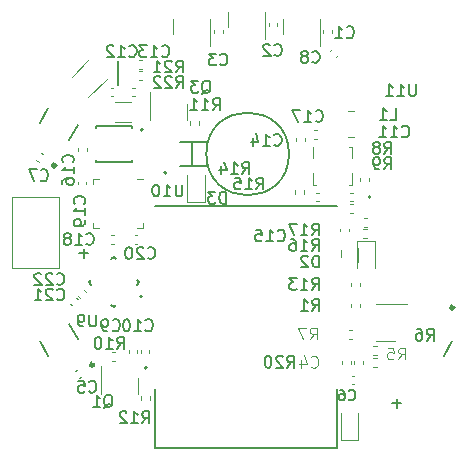
<source format=gbr>
%TF.GenerationSoftware,KiCad,Pcbnew,(6.0.5-0)*%
%TF.CreationDate,2022-09-09T17:58:14+08:00*%
%TF.ProjectId,Galaxy ripoff,47616c61-7879-4207-9269-706f66662e6b,rev?*%
%TF.SameCoordinates,Original*%
%TF.FileFunction,Legend,Bot*%
%TF.FilePolarity,Positive*%
%FSLAX46Y46*%
G04 Gerber Fmt 4.6, Leading zero omitted, Abs format (unit mm)*
G04 Created by KiCad (PCBNEW (6.0.5-0)) date 2022-09-09 17:58:14*
%MOMM*%
%LPD*%
G01*
G04 APERTURE LIST*
%ADD10C,0.150000*%
%ADD11C,0.125000*%
%ADD12C,0.120000*%
%ADD13C,0.127000*%
%ADD14C,0.300000*%
%ADD15C,0.200000*%
G04 APERTURE END LIST*
D10*
X144823584Y-77500000D02*
X144823584Y-75500000D01*
X168019047Y-104466428D02*
X168780952Y-104466428D01*
X168400000Y-104847380D02*
X168400000Y-104085476D01*
%TO.C,R1*%
X161266666Y-96652380D02*
X161600000Y-96176190D01*
X161838095Y-96652380D02*
X161838095Y-95652380D01*
X161457142Y-95652380D01*
X161361904Y-95700000D01*
X161314285Y-95747619D01*
X161266666Y-95842857D01*
X161266666Y-95985714D01*
X161314285Y-96080952D01*
X161361904Y-96128571D01*
X161457142Y-96176190D01*
X161838095Y-96176190D01*
X160314285Y-96652380D02*
X160885714Y-96652380D01*
X160600000Y-96652380D02*
X160600000Y-95652380D01*
X160695238Y-95795238D01*
X160790476Y-95890476D01*
X160885714Y-95938095D01*
%TO.C,R9*%
X167366666Y-84652380D02*
X167700000Y-84176190D01*
X167938095Y-84652380D02*
X167938095Y-83652380D01*
X167557142Y-83652380D01*
X167461904Y-83700000D01*
X167414285Y-83747619D01*
X167366666Y-83842857D01*
X167366666Y-83985714D01*
X167414285Y-84080952D01*
X167461904Y-84128571D01*
X167557142Y-84176190D01*
X167938095Y-84176190D01*
X166890476Y-84652380D02*
X166700000Y-84652380D01*
X166604761Y-84604761D01*
X166557142Y-84557142D01*
X166461904Y-84414285D01*
X166414285Y-84223809D01*
X166414285Y-83842857D01*
X166461904Y-83747619D01*
X166509523Y-83700000D01*
X166604761Y-83652380D01*
X166795238Y-83652380D01*
X166890476Y-83700000D01*
X166938095Y-83747619D01*
X166985714Y-83842857D01*
X166985714Y-84080952D01*
X166938095Y-84176190D01*
X166890476Y-84223809D01*
X166795238Y-84271428D01*
X166604761Y-84271428D01*
X166509523Y-84223809D01*
X166461904Y-84176190D01*
X166414285Y-84080952D01*
%TO.C,C22*%
X139642857Y-94357142D02*
X139690476Y-94404761D01*
X139833333Y-94452380D01*
X139928571Y-94452380D01*
X140071428Y-94404761D01*
X140166666Y-94309523D01*
X140214285Y-94214285D01*
X140261904Y-94023809D01*
X140261904Y-93880952D01*
X140214285Y-93690476D01*
X140166666Y-93595238D01*
X140071428Y-93500000D01*
X139928571Y-93452380D01*
X139833333Y-93452380D01*
X139690476Y-93500000D01*
X139642857Y-93547619D01*
X139261904Y-93547619D02*
X139214285Y-93500000D01*
X139119047Y-93452380D01*
X138880952Y-93452380D01*
X138785714Y-93500000D01*
X138738095Y-93547619D01*
X138690476Y-93642857D01*
X138690476Y-93738095D01*
X138738095Y-93880952D01*
X139309523Y-94452380D01*
X138690476Y-94452380D01*
X138309523Y-93547619D02*
X138261904Y-93500000D01*
X138166666Y-93452380D01*
X137928571Y-93452380D01*
X137833333Y-93500000D01*
X137785714Y-93547619D01*
X137738095Y-93642857D01*
X137738095Y-93738095D01*
X137785714Y-93880952D01*
X138357142Y-94452380D01*
X137738095Y-94452380D01*
%TO.C,C20*%
X147342857Y-92157142D02*
X147390476Y-92204761D01*
X147533333Y-92252380D01*
X147628571Y-92252380D01*
X147771428Y-92204761D01*
X147866666Y-92109523D01*
X147914285Y-92014285D01*
X147961904Y-91823809D01*
X147961904Y-91680952D01*
X147914285Y-91490476D01*
X147866666Y-91395238D01*
X147771428Y-91300000D01*
X147628571Y-91252380D01*
X147533333Y-91252380D01*
X147390476Y-91300000D01*
X147342857Y-91347619D01*
X146961904Y-91347619D02*
X146914285Y-91300000D01*
X146819047Y-91252380D01*
X146580952Y-91252380D01*
X146485714Y-91300000D01*
X146438095Y-91347619D01*
X146390476Y-91442857D01*
X146390476Y-91538095D01*
X146438095Y-91680952D01*
X147009523Y-92252380D01*
X146390476Y-92252380D01*
X145771428Y-91252380D02*
X145676190Y-91252380D01*
X145580952Y-91300000D01*
X145533333Y-91347619D01*
X145485714Y-91442857D01*
X145438095Y-91633333D01*
X145438095Y-91871428D01*
X145485714Y-92061904D01*
X145533333Y-92157142D01*
X145580952Y-92204761D01*
X145676190Y-92252380D01*
X145771428Y-92252380D01*
X145866666Y-92204761D01*
X145914285Y-92157142D01*
X145961904Y-92061904D01*
X146009523Y-91871428D01*
X146009523Y-91633333D01*
X145961904Y-91442857D01*
X145914285Y-91347619D01*
X145866666Y-91300000D01*
X145771428Y-91252380D01*
%TO.C,C15*%
X158342857Y-90657142D02*
X158390476Y-90704761D01*
X158533333Y-90752380D01*
X158628571Y-90752380D01*
X158771428Y-90704761D01*
X158866666Y-90609523D01*
X158914285Y-90514285D01*
X158961904Y-90323809D01*
X158961904Y-90180952D01*
X158914285Y-89990476D01*
X158866666Y-89895238D01*
X158771428Y-89800000D01*
X158628571Y-89752380D01*
X158533333Y-89752380D01*
X158390476Y-89800000D01*
X158342857Y-89847619D01*
X157390476Y-90752380D02*
X157961904Y-90752380D01*
X157676190Y-90752380D02*
X157676190Y-89752380D01*
X157771428Y-89895238D01*
X157866666Y-89990476D01*
X157961904Y-90038095D01*
X156485714Y-89752380D02*
X156961904Y-89752380D01*
X157009523Y-90228571D01*
X156961904Y-90180952D01*
X156866666Y-90133333D01*
X156628571Y-90133333D01*
X156533333Y-90180952D01*
X156485714Y-90228571D01*
X156438095Y-90323809D01*
X156438095Y-90561904D01*
X156485714Y-90657142D01*
X156533333Y-90704761D01*
X156628571Y-90752380D01*
X156866666Y-90752380D01*
X156961904Y-90704761D01*
X157009523Y-90657142D01*
%TO.C,C21*%
X139666441Y-95657142D02*
X139714060Y-95704761D01*
X139856917Y-95752380D01*
X139952155Y-95752380D01*
X140095012Y-95704761D01*
X140190250Y-95609523D01*
X140237869Y-95514285D01*
X140285488Y-95323809D01*
X140285488Y-95180952D01*
X140237869Y-94990476D01*
X140190250Y-94895238D01*
X140095012Y-94800000D01*
X139952155Y-94752380D01*
X139856917Y-94752380D01*
X139714060Y-94800000D01*
X139666441Y-94847619D01*
X139285488Y-94847619D02*
X139237869Y-94800000D01*
X139142631Y-94752380D01*
X138904536Y-94752380D01*
X138809298Y-94800000D01*
X138761679Y-94847619D01*
X138714060Y-94942857D01*
X138714060Y-95038095D01*
X138761679Y-95180952D01*
X139333107Y-95752380D01*
X138714060Y-95752380D01*
X137761679Y-95752380D02*
X138333107Y-95752380D01*
X138047393Y-95752380D02*
X138047393Y-94752380D01*
X138142631Y-94895238D01*
X138237869Y-94990476D01*
X138333107Y-95038095D01*
%TO.C,R12*%
X146866441Y-106152380D02*
X147199774Y-105676190D01*
X147437869Y-106152380D02*
X147437869Y-105152380D01*
X147056917Y-105152380D01*
X146961679Y-105200000D01*
X146914060Y-105247619D01*
X146866441Y-105342857D01*
X146866441Y-105485714D01*
X146914060Y-105580952D01*
X146961679Y-105628571D01*
X147056917Y-105676190D01*
X147437869Y-105676190D01*
X145914060Y-106152380D02*
X146485488Y-106152380D01*
X146199774Y-106152380D02*
X146199774Y-105152380D01*
X146295012Y-105295238D01*
X146390250Y-105390476D01*
X146485488Y-105438095D01*
X145533107Y-105247619D02*
X145485488Y-105200000D01*
X145390250Y-105152380D01*
X145152155Y-105152380D01*
X145056917Y-105200000D01*
X145009298Y-105247619D01*
X144961679Y-105342857D01*
X144961679Y-105438095D01*
X145009298Y-105580952D01*
X145580726Y-106152380D01*
X144961679Y-106152380D01*
%TO.C,Q3*%
X151918822Y-78247619D02*
X152014060Y-78200000D01*
X152109298Y-78104761D01*
X152252155Y-77961904D01*
X152347393Y-77914285D01*
X152442631Y-77914285D01*
X152395012Y-78152380D02*
X152490250Y-78104761D01*
X152585488Y-78009523D01*
X152633107Y-77819047D01*
X152633107Y-77485714D01*
X152585488Y-77295238D01*
X152490250Y-77200000D01*
X152395012Y-77152380D01*
X152204536Y-77152380D01*
X152109298Y-77200000D01*
X152014060Y-77295238D01*
X151966441Y-77485714D01*
X151966441Y-77819047D01*
X152014060Y-78009523D01*
X152109298Y-78104761D01*
X152204536Y-78152380D01*
X152395012Y-78152380D01*
X151633107Y-77152380D02*
X151014060Y-77152380D01*
X151347393Y-77533333D01*
X151204536Y-77533333D01*
X151109298Y-77580952D01*
X151061679Y-77628571D01*
X151014060Y-77723809D01*
X151014060Y-77961904D01*
X151061679Y-78057142D01*
X151109298Y-78104761D01*
X151204536Y-78152380D01*
X151490250Y-78152380D01*
X151585488Y-78104761D01*
X151633107Y-78057142D01*
%TO.C,C5*%
X142366666Y-103457142D02*
X142414285Y-103504761D01*
X142557142Y-103552380D01*
X142652380Y-103552380D01*
X142795238Y-103504761D01*
X142890476Y-103409523D01*
X142938095Y-103314285D01*
X142985714Y-103123809D01*
X142985714Y-102980952D01*
X142938095Y-102790476D01*
X142890476Y-102695238D01*
X142795238Y-102600000D01*
X142652380Y-102552380D01*
X142557142Y-102552380D01*
X142414285Y-102600000D01*
X142366666Y-102647619D01*
X141461904Y-102552380D02*
X141938095Y-102552380D01*
X141985714Y-103028571D01*
X141938095Y-102980952D01*
X141842857Y-102933333D01*
X141604761Y-102933333D01*
X141509523Y-102980952D01*
X141461904Y-103028571D01*
X141414285Y-103123809D01*
X141414285Y-103361904D01*
X141461904Y-103457142D01*
X141509523Y-103504761D01*
X141604761Y-103552380D01*
X141842857Y-103552380D01*
X141938095Y-103504761D01*
X141985714Y-103457142D01*
%TO.C,C19*%
X141957142Y-87557142D02*
X142004761Y-87509523D01*
X142052380Y-87366666D01*
X142052380Y-87271428D01*
X142004761Y-87128571D01*
X141909523Y-87033333D01*
X141814285Y-86985714D01*
X141623809Y-86938095D01*
X141480952Y-86938095D01*
X141290476Y-86985714D01*
X141195238Y-87033333D01*
X141100000Y-87128571D01*
X141052380Y-87271428D01*
X141052380Y-87366666D01*
X141100000Y-87509523D01*
X141147619Y-87557142D01*
X142052380Y-88509523D02*
X142052380Y-87938095D01*
X142052380Y-88223809D02*
X141052380Y-88223809D01*
X141195238Y-88128571D01*
X141290476Y-88033333D01*
X141338095Y-87938095D01*
X142052380Y-88985714D02*
X142052380Y-89176190D01*
X142004761Y-89271428D01*
X141957142Y-89319047D01*
X141814285Y-89414285D01*
X141623809Y-89461904D01*
X141242857Y-89461904D01*
X141147619Y-89414285D01*
X141100000Y-89366666D01*
X141052380Y-89271428D01*
X141052380Y-89080952D01*
X141100000Y-88985714D01*
X141147619Y-88938095D01*
X141242857Y-88890476D01*
X141480952Y-88890476D01*
X141576190Y-88938095D01*
X141623809Y-88985714D01*
X141671428Y-89080952D01*
X141671428Y-89271428D01*
X141623809Y-89366666D01*
X141576190Y-89414285D01*
X141480952Y-89461904D01*
%TO.C,R17*%
X161242857Y-90252380D02*
X161576190Y-89776190D01*
X161814285Y-90252380D02*
X161814285Y-89252380D01*
X161433333Y-89252380D01*
X161338095Y-89300000D01*
X161290476Y-89347619D01*
X161242857Y-89442857D01*
X161242857Y-89585714D01*
X161290476Y-89680952D01*
X161338095Y-89728571D01*
X161433333Y-89776190D01*
X161814285Y-89776190D01*
X160290476Y-90252380D02*
X160861904Y-90252380D01*
X160576190Y-90252380D02*
X160576190Y-89252380D01*
X160671428Y-89395238D01*
X160766666Y-89490476D01*
X160861904Y-89538095D01*
X159957142Y-89252380D02*
X159290476Y-89252380D01*
X159719047Y-90252380D01*
%TO.C,R15*%
X156542857Y-86352380D02*
X156876190Y-85876190D01*
X157114285Y-86352380D02*
X157114285Y-85352380D01*
X156733333Y-85352380D01*
X156638095Y-85400000D01*
X156590476Y-85447619D01*
X156542857Y-85542857D01*
X156542857Y-85685714D01*
X156590476Y-85780952D01*
X156638095Y-85828571D01*
X156733333Y-85876190D01*
X157114285Y-85876190D01*
X155590476Y-86352380D02*
X156161904Y-86352380D01*
X155876190Y-86352380D02*
X155876190Y-85352380D01*
X155971428Y-85495238D01*
X156066666Y-85590476D01*
X156161904Y-85638095D01*
X154685714Y-85352380D02*
X155161904Y-85352380D01*
X155209523Y-85828571D01*
X155161904Y-85780952D01*
X155066666Y-85733333D01*
X154828571Y-85733333D01*
X154733333Y-85780952D01*
X154685714Y-85828571D01*
X154638095Y-85923809D01*
X154638095Y-86161904D01*
X154685714Y-86257142D01*
X154733333Y-86304761D01*
X154828571Y-86352380D01*
X155066666Y-86352380D01*
X155161904Y-86304761D01*
X155209523Y-86257142D01*
%TO.C,C9*%
X144366666Y-98257142D02*
X144414285Y-98304761D01*
X144557142Y-98352380D01*
X144652380Y-98352380D01*
X144795238Y-98304761D01*
X144890476Y-98209523D01*
X144938095Y-98114285D01*
X144985714Y-97923809D01*
X144985714Y-97780952D01*
X144938095Y-97590476D01*
X144890476Y-97495238D01*
X144795238Y-97400000D01*
X144652380Y-97352380D01*
X144557142Y-97352380D01*
X144414285Y-97400000D01*
X144366666Y-97447619D01*
X143890476Y-98352380D02*
X143700000Y-98352380D01*
X143604761Y-98304761D01*
X143557142Y-98257142D01*
X143461904Y-98114285D01*
X143414285Y-97923809D01*
X143414285Y-97542857D01*
X143461904Y-97447619D01*
X143509523Y-97400000D01*
X143604761Y-97352380D01*
X143795238Y-97352380D01*
X143890476Y-97400000D01*
X143938095Y-97447619D01*
X143985714Y-97542857D01*
X143985714Y-97780952D01*
X143938095Y-97876190D01*
X143890476Y-97923809D01*
X143795238Y-97971428D01*
X143604761Y-97971428D01*
X143509523Y-97923809D01*
X143461904Y-97876190D01*
X143414285Y-97780952D01*
%TO.C,C1*%
X164166666Y-73457142D02*
X164214285Y-73504761D01*
X164357142Y-73552380D01*
X164452380Y-73552380D01*
X164595238Y-73504761D01*
X164690476Y-73409523D01*
X164738095Y-73314285D01*
X164785714Y-73123809D01*
X164785714Y-72980952D01*
X164738095Y-72790476D01*
X164690476Y-72695238D01*
X164595238Y-72600000D01*
X164452380Y-72552380D01*
X164357142Y-72552380D01*
X164214285Y-72600000D01*
X164166666Y-72647619D01*
X163214285Y-73552380D02*
X163785714Y-73552380D01*
X163500000Y-73552380D02*
X163500000Y-72552380D01*
X163595238Y-72695238D01*
X163690476Y-72790476D01*
X163785714Y-72838095D01*
%TO.C,R13*%
X161242857Y-94852380D02*
X161576190Y-94376190D01*
X161814285Y-94852380D02*
X161814285Y-93852380D01*
X161433333Y-93852380D01*
X161338095Y-93900000D01*
X161290476Y-93947619D01*
X161242857Y-94042857D01*
X161242857Y-94185714D01*
X161290476Y-94280952D01*
X161338095Y-94328571D01*
X161433333Y-94376190D01*
X161814285Y-94376190D01*
X160290476Y-94852380D02*
X160861904Y-94852380D01*
X160576190Y-94852380D02*
X160576190Y-93852380D01*
X160671428Y-93995238D01*
X160766666Y-94090476D01*
X160861904Y-94138095D01*
X159957142Y-93852380D02*
X159338095Y-93852380D01*
X159671428Y-94233333D01*
X159528571Y-94233333D01*
X159433333Y-94280952D01*
X159385714Y-94328571D01*
X159338095Y-94423809D01*
X159338095Y-94661904D01*
X159385714Y-94757142D01*
X159433333Y-94804761D01*
X159528571Y-94852380D01*
X159814285Y-94852380D01*
X159909523Y-94804761D01*
X159957142Y-94757142D01*
%TO.C,C16*%
X140980726Y-84057142D02*
X141028345Y-84009523D01*
X141075964Y-83866666D01*
X141075964Y-83771428D01*
X141028345Y-83628571D01*
X140933107Y-83533333D01*
X140837869Y-83485714D01*
X140647393Y-83438095D01*
X140504536Y-83438095D01*
X140314060Y-83485714D01*
X140218822Y-83533333D01*
X140123584Y-83628571D01*
X140075964Y-83771428D01*
X140075964Y-83866666D01*
X140123584Y-84009523D01*
X140171203Y-84057142D01*
X141075964Y-85009523D02*
X141075964Y-84438095D01*
X141075964Y-84723809D02*
X140075964Y-84723809D01*
X140218822Y-84628571D01*
X140314060Y-84533333D01*
X140361679Y-84438095D01*
X140075964Y-85866666D02*
X140075964Y-85676190D01*
X140123584Y-85580952D01*
X140171203Y-85533333D01*
X140314060Y-85438095D01*
X140504536Y-85390476D01*
X140885488Y-85390476D01*
X140980726Y-85438095D01*
X141028345Y-85485714D01*
X141075964Y-85580952D01*
X141075964Y-85771428D01*
X141028345Y-85866666D01*
X140980726Y-85914285D01*
X140885488Y-85961904D01*
X140647393Y-85961904D01*
X140552155Y-85914285D01*
X140504536Y-85866666D01*
X140456917Y-85771428D01*
X140456917Y-85580952D01*
X140504536Y-85485714D01*
X140552155Y-85438095D01*
X140647393Y-85390476D01*
%TO.C,C2*%
X158066666Y-74957142D02*
X158114285Y-75004761D01*
X158257142Y-75052380D01*
X158352380Y-75052380D01*
X158495238Y-75004761D01*
X158590476Y-74909523D01*
X158638095Y-74814285D01*
X158685714Y-74623809D01*
X158685714Y-74480952D01*
X158638095Y-74290476D01*
X158590476Y-74195238D01*
X158495238Y-74100000D01*
X158352380Y-74052380D01*
X158257142Y-74052380D01*
X158114285Y-74100000D01*
X158066666Y-74147619D01*
X157685714Y-74147619D02*
X157638095Y-74100000D01*
X157542857Y-74052380D01*
X157304761Y-74052380D01*
X157209523Y-74100000D01*
X157161904Y-74147619D01*
X157114285Y-74242857D01*
X157114285Y-74338095D01*
X157161904Y-74480952D01*
X157733333Y-75052380D01*
X157114285Y-75052380D01*
%TO.C,C17*%
X161542857Y-80557142D02*
X161590476Y-80604761D01*
X161733333Y-80652380D01*
X161828571Y-80652380D01*
X161971428Y-80604761D01*
X162066666Y-80509523D01*
X162114285Y-80414285D01*
X162161904Y-80223809D01*
X162161904Y-80080952D01*
X162114285Y-79890476D01*
X162066666Y-79795238D01*
X161971428Y-79700000D01*
X161828571Y-79652380D01*
X161733333Y-79652380D01*
X161590476Y-79700000D01*
X161542857Y-79747619D01*
X160590476Y-80652380D02*
X161161904Y-80652380D01*
X160876190Y-80652380D02*
X160876190Y-79652380D01*
X160971428Y-79795238D01*
X161066666Y-79890476D01*
X161161904Y-79938095D01*
X160257142Y-79652380D02*
X159590476Y-79652380D01*
X160019047Y-80652380D01*
%TO.C,Q1*%
X143618822Y-104847619D02*
X143714060Y-104800000D01*
X143809298Y-104704761D01*
X143952155Y-104561904D01*
X144047393Y-104514285D01*
X144142631Y-104514285D01*
X144095012Y-104752380D02*
X144190250Y-104704761D01*
X144285488Y-104609523D01*
X144333107Y-104419047D01*
X144333107Y-104085714D01*
X144285488Y-103895238D01*
X144190250Y-103800000D01*
X144095012Y-103752380D01*
X143904536Y-103752380D01*
X143809298Y-103800000D01*
X143714060Y-103895238D01*
X143666441Y-104085714D01*
X143666441Y-104419047D01*
X143714060Y-104609523D01*
X143809298Y-104704761D01*
X143904536Y-104752380D01*
X144095012Y-104752380D01*
X142714060Y-104752380D02*
X143285488Y-104752380D01*
X142999774Y-104752380D02*
X142999774Y-103752380D01*
X143095012Y-103895238D01*
X143190250Y-103990476D01*
X143285488Y-104038095D01*
D11*
%TO.C,C4*%
X161166666Y-101357142D02*
X161214285Y-101404761D01*
X161357142Y-101452380D01*
X161452380Y-101452380D01*
X161595238Y-101404761D01*
X161690476Y-101309523D01*
X161738095Y-101214285D01*
X161785714Y-101023809D01*
X161785714Y-100880952D01*
X161738095Y-100690476D01*
X161690476Y-100595238D01*
X161595238Y-100500000D01*
X161452380Y-100452380D01*
X161357142Y-100452380D01*
X161214285Y-100500000D01*
X161166666Y-100547619D01*
X160309523Y-100785714D02*
X160309523Y-101452380D01*
X160547619Y-100404761D02*
X160785714Y-101119047D01*
X160166666Y-101119047D01*
%TO.C,R7*%
X161066666Y-99052380D02*
X161400000Y-98576190D01*
X161638095Y-99052380D02*
X161638095Y-98052380D01*
X161257142Y-98052380D01*
X161161904Y-98100000D01*
X161114285Y-98147619D01*
X161066666Y-98242857D01*
X161066666Y-98385714D01*
X161114285Y-98480952D01*
X161161904Y-98528571D01*
X161257142Y-98576190D01*
X161638095Y-98576190D01*
X160733333Y-98052380D02*
X160066666Y-98052380D01*
X160495238Y-99052380D01*
D10*
%TO.C,C13*%
X148542857Y-75057142D02*
X148590476Y-75104761D01*
X148733333Y-75152380D01*
X148828571Y-75152380D01*
X148971428Y-75104761D01*
X149066666Y-75009523D01*
X149114285Y-74914285D01*
X149161904Y-74723809D01*
X149161904Y-74580952D01*
X149114285Y-74390476D01*
X149066666Y-74295238D01*
X148971428Y-74200000D01*
X148828571Y-74152380D01*
X148733333Y-74152380D01*
X148590476Y-74200000D01*
X148542857Y-74247619D01*
X147590476Y-75152380D02*
X148161904Y-75152380D01*
X147876190Y-75152380D02*
X147876190Y-74152380D01*
X147971428Y-74295238D01*
X148066666Y-74390476D01*
X148161904Y-74438095D01*
X147257142Y-74152380D02*
X146638095Y-74152380D01*
X146971428Y-74533333D01*
X146828571Y-74533333D01*
X146733333Y-74580952D01*
X146685714Y-74628571D01*
X146638095Y-74723809D01*
X146638095Y-74961904D01*
X146685714Y-75057142D01*
X146733333Y-75104761D01*
X146828571Y-75152380D01*
X147114285Y-75152380D01*
X147209523Y-75104761D01*
X147257142Y-75057142D01*
%TO.C,R16*%
X161242857Y-91552380D02*
X161576190Y-91076190D01*
X161814285Y-91552380D02*
X161814285Y-90552380D01*
X161433333Y-90552380D01*
X161338095Y-90600000D01*
X161290476Y-90647619D01*
X161242857Y-90742857D01*
X161242857Y-90885714D01*
X161290476Y-90980952D01*
X161338095Y-91028571D01*
X161433333Y-91076190D01*
X161814285Y-91076190D01*
X160290476Y-91552380D02*
X160861904Y-91552380D01*
X160576190Y-91552380D02*
X160576190Y-90552380D01*
X160671428Y-90695238D01*
X160766666Y-90790476D01*
X160861904Y-90838095D01*
X159433333Y-90552380D02*
X159623809Y-90552380D01*
X159719047Y-90600000D01*
X159766666Y-90647619D01*
X159861904Y-90790476D01*
X159909523Y-90980952D01*
X159909523Y-91361904D01*
X159861904Y-91457142D01*
X159814285Y-91504761D01*
X159719047Y-91552380D01*
X159528571Y-91552380D01*
X159433333Y-91504761D01*
X159385714Y-91457142D01*
X159338095Y-91361904D01*
X159338095Y-91123809D01*
X159385714Y-91028571D01*
X159433333Y-90980952D01*
X159528571Y-90933333D01*
X159719047Y-90933333D01*
X159814285Y-90980952D01*
X159861904Y-91028571D01*
X159909523Y-91123809D01*
%TO.C,R11*%
X152842857Y-79652380D02*
X153176190Y-79176190D01*
X153414285Y-79652380D02*
X153414285Y-78652380D01*
X153033333Y-78652380D01*
X152938095Y-78700000D01*
X152890476Y-78747619D01*
X152842857Y-78842857D01*
X152842857Y-78985714D01*
X152890476Y-79080952D01*
X152938095Y-79128571D01*
X153033333Y-79176190D01*
X153414285Y-79176190D01*
X151890476Y-79652380D02*
X152461904Y-79652380D01*
X152176190Y-79652380D02*
X152176190Y-78652380D01*
X152271428Y-78795238D01*
X152366666Y-78890476D01*
X152461904Y-78938095D01*
X150938095Y-79652380D02*
X151509523Y-79652380D01*
X151223809Y-79652380D02*
X151223809Y-78652380D01*
X151319047Y-78795238D01*
X151414285Y-78890476D01*
X151509523Y-78938095D01*
%TO.C,C3*%
X153466666Y-75757142D02*
X153514285Y-75804761D01*
X153657142Y-75852380D01*
X153752380Y-75852380D01*
X153895238Y-75804761D01*
X153990476Y-75709523D01*
X154038095Y-75614285D01*
X154085714Y-75423809D01*
X154085714Y-75280952D01*
X154038095Y-75090476D01*
X153990476Y-74995238D01*
X153895238Y-74900000D01*
X153752380Y-74852380D01*
X153657142Y-74852380D01*
X153514285Y-74900000D01*
X153466666Y-74947619D01*
X153133333Y-74852380D02*
X152514285Y-74852380D01*
X152847619Y-75233333D01*
X152704761Y-75233333D01*
X152609523Y-75280952D01*
X152561904Y-75328571D01*
X152514285Y-75423809D01*
X152514285Y-75661904D01*
X152561904Y-75757142D01*
X152609523Y-75804761D01*
X152704761Y-75852380D01*
X152990476Y-75852380D01*
X153085714Y-75804761D01*
X153133333Y-75757142D01*
%TO.C,D3*%
X153961679Y-87552380D02*
X153961679Y-86552380D01*
X153723584Y-86552380D01*
X153580726Y-86600000D01*
X153485488Y-86695238D01*
X153437869Y-86790476D01*
X153390250Y-86980952D01*
X153390250Y-87123809D01*
X153437869Y-87314285D01*
X153485488Y-87409523D01*
X153580726Y-87504761D01*
X153723584Y-87552380D01*
X153961679Y-87552380D01*
X153056917Y-86552380D02*
X152437869Y-86552380D01*
X152771203Y-86933333D01*
X152628345Y-86933333D01*
X152533107Y-86980952D01*
X152485488Y-87028571D01*
X152437869Y-87123809D01*
X152437869Y-87361904D01*
X152485488Y-87457142D01*
X152533107Y-87504761D01*
X152628345Y-87552380D01*
X152914060Y-87552380D01*
X153009298Y-87504761D01*
X153056917Y-87457142D01*
%TO.C,U9*%
X142961904Y-96952380D02*
X142961904Y-97761904D01*
X142914285Y-97857142D01*
X142866666Y-97904761D01*
X142771428Y-97952380D01*
X142580952Y-97952380D01*
X142485714Y-97904761D01*
X142438095Y-97857142D01*
X142390476Y-97761904D01*
X142390476Y-96952380D01*
X141866666Y-97952380D02*
X141676190Y-97952380D01*
X141580952Y-97904761D01*
X141533333Y-97857142D01*
X141438095Y-97714285D01*
X141390476Y-97523809D01*
X141390476Y-97142857D01*
X141438095Y-97047619D01*
X141485714Y-97000000D01*
X141580952Y-96952380D01*
X141771428Y-96952380D01*
X141866666Y-97000000D01*
X141914285Y-97047619D01*
X141961904Y-97142857D01*
X141961904Y-97380952D01*
X141914285Y-97476190D01*
X141866666Y-97523809D01*
X141771428Y-97571428D01*
X141580952Y-97571428D01*
X141485714Y-97523809D01*
X141438095Y-97476190D01*
X141390476Y-97380952D01*
%TO.C,C14*%
X158042857Y-82557142D02*
X158090476Y-82604761D01*
X158233333Y-82652380D01*
X158328571Y-82652380D01*
X158471428Y-82604761D01*
X158566666Y-82509523D01*
X158614285Y-82414285D01*
X158661904Y-82223809D01*
X158661904Y-82080952D01*
X158614285Y-81890476D01*
X158566666Y-81795238D01*
X158471428Y-81700000D01*
X158328571Y-81652380D01*
X158233333Y-81652380D01*
X158090476Y-81700000D01*
X158042857Y-81747619D01*
X157090476Y-82652380D02*
X157661904Y-82652380D01*
X157376190Y-82652380D02*
X157376190Y-81652380D01*
X157471428Y-81795238D01*
X157566666Y-81890476D01*
X157661904Y-81938095D01*
X156233333Y-81985714D02*
X156233333Y-82652380D01*
X156471428Y-81604761D02*
X156709523Y-82319047D01*
X156090476Y-82319047D01*
%TO.C,C10*%
X147142857Y-98257142D02*
X147190476Y-98304761D01*
X147333333Y-98352380D01*
X147428571Y-98352380D01*
X147571428Y-98304761D01*
X147666666Y-98209523D01*
X147714285Y-98114285D01*
X147761904Y-97923809D01*
X147761904Y-97780952D01*
X147714285Y-97590476D01*
X147666666Y-97495238D01*
X147571428Y-97400000D01*
X147428571Y-97352380D01*
X147333333Y-97352380D01*
X147190476Y-97400000D01*
X147142857Y-97447619D01*
X146190476Y-98352380D02*
X146761904Y-98352380D01*
X146476190Y-98352380D02*
X146476190Y-97352380D01*
X146571428Y-97495238D01*
X146666666Y-97590476D01*
X146761904Y-97638095D01*
X145571428Y-97352380D02*
X145476190Y-97352380D01*
X145380952Y-97400000D01*
X145333333Y-97447619D01*
X145285714Y-97542857D01*
X145238095Y-97733333D01*
X145238095Y-97971428D01*
X145285714Y-98161904D01*
X145333333Y-98257142D01*
X145380952Y-98304761D01*
X145476190Y-98352380D01*
X145571428Y-98352380D01*
X145666666Y-98304761D01*
X145714285Y-98257142D01*
X145761904Y-98161904D01*
X145809523Y-97971428D01*
X145809523Y-97733333D01*
X145761904Y-97542857D01*
X145714285Y-97447619D01*
X145666666Y-97400000D01*
X145571428Y-97352380D01*
%TO.C,LS1*%
X141900012Y-91369047D02*
X141900012Y-92130952D01*
X142280964Y-91750000D02*
X141519060Y-91750000D01*
%TO.C,C12*%
X145766441Y-75057142D02*
X145814060Y-75104761D01*
X145956917Y-75152380D01*
X146052155Y-75152380D01*
X146195012Y-75104761D01*
X146290250Y-75009523D01*
X146337869Y-74914285D01*
X146385488Y-74723809D01*
X146385488Y-74580952D01*
X146337869Y-74390476D01*
X146290250Y-74295238D01*
X146195012Y-74200000D01*
X146052155Y-74152380D01*
X145956917Y-74152380D01*
X145814060Y-74200000D01*
X145766441Y-74247619D01*
X144814060Y-75152380D02*
X145385488Y-75152380D01*
X145099774Y-75152380D02*
X145099774Y-74152380D01*
X145195012Y-74295238D01*
X145290250Y-74390476D01*
X145385488Y-74438095D01*
X144433107Y-74247619D02*
X144385488Y-74200000D01*
X144290250Y-74152380D01*
X144052155Y-74152380D01*
X143956917Y-74200000D01*
X143909298Y-74247619D01*
X143861679Y-74342857D01*
X143861679Y-74438095D01*
X143909298Y-74580952D01*
X144480726Y-75152380D01*
X143861679Y-75152380D01*
%TO.C,C7*%
X138266666Y-85557141D02*
X138314285Y-85604760D01*
X138457142Y-85652379D01*
X138552380Y-85652379D01*
X138695238Y-85604760D01*
X138790476Y-85509522D01*
X138838095Y-85414284D01*
X138885714Y-85223808D01*
X138885714Y-85080951D01*
X138838095Y-84890475D01*
X138790476Y-84795237D01*
X138695238Y-84699999D01*
X138552380Y-84652379D01*
X138457142Y-84652379D01*
X138314285Y-84699999D01*
X138266666Y-84747618D01*
X137933333Y-84652379D02*
X137266666Y-84652379D01*
X137695238Y-85652379D01*
%TO.C,R10*%
X144742857Y-99852380D02*
X145076190Y-99376190D01*
X145314285Y-99852380D02*
X145314285Y-98852380D01*
X144933333Y-98852380D01*
X144838095Y-98900000D01*
X144790476Y-98947619D01*
X144742857Y-99042857D01*
X144742857Y-99185714D01*
X144790476Y-99280952D01*
X144838095Y-99328571D01*
X144933333Y-99376190D01*
X145314285Y-99376190D01*
X143790476Y-99852380D02*
X144361904Y-99852380D01*
X144076190Y-99852380D02*
X144076190Y-98852380D01*
X144171428Y-98995238D01*
X144266666Y-99090476D01*
X144361904Y-99138095D01*
X143171428Y-98852380D02*
X143076190Y-98852380D01*
X142980952Y-98900000D01*
X142933333Y-98947619D01*
X142885714Y-99042857D01*
X142838095Y-99233333D01*
X142838095Y-99471428D01*
X142885714Y-99661904D01*
X142933333Y-99757142D01*
X142980952Y-99804761D01*
X143076190Y-99852380D01*
X143171428Y-99852380D01*
X143266666Y-99804761D01*
X143314285Y-99757142D01*
X143361904Y-99661904D01*
X143409523Y-99471428D01*
X143409523Y-99233333D01*
X143361904Y-99042857D01*
X143314285Y-98947619D01*
X143266666Y-98900000D01*
X143171428Y-98852380D01*
%TO.C,U10*%
X150261679Y-85952380D02*
X150261679Y-86761904D01*
X150214060Y-86857142D01*
X150166441Y-86904761D01*
X150071203Y-86952380D01*
X149880726Y-86952380D01*
X149785488Y-86904761D01*
X149737869Y-86857142D01*
X149690250Y-86761904D01*
X149690250Y-85952380D01*
X148690250Y-86952380D02*
X149261679Y-86952380D01*
X148975964Y-86952380D02*
X148975964Y-85952380D01*
X149071203Y-86095238D01*
X149166441Y-86190476D01*
X149261679Y-86238095D01*
X148071203Y-85952380D02*
X147975964Y-85952380D01*
X147880726Y-86000000D01*
X147833107Y-86047619D01*
X147785488Y-86142857D01*
X147737869Y-86333333D01*
X147737869Y-86571428D01*
X147785488Y-86761904D01*
X147833107Y-86857142D01*
X147880726Y-86904761D01*
X147975964Y-86952380D01*
X148071203Y-86952380D01*
X148166441Y-86904761D01*
X148214060Y-86857142D01*
X148261679Y-86761904D01*
X148309298Y-86571428D01*
X148309298Y-86333333D01*
X148261679Y-86142857D01*
X148214060Y-86047619D01*
X148166441Y-86000000D01*
X148071203Y-85952380D01*
%TO.C,R22*%
X149742857Y-77752380D02*
X150076190Y-77276190D01*
X150314285Y-77752380D02*
X150314285Y-76752380D01*
X149933333Y-76752380D01*
X149838095Y-76800000D01*
X149790476Y-76847619D01*
X149742857Y-76942857D01*
X149742857Y-77085714D01*
X149790476Y-77180952D01*
X149838095Y-77228571D01*
X149933333Y-77276190D01*
X150314285Y-77276190D01*
X149361904Y-76847619D02*
X149314285Y-76800000D01*
X149219047Y-76752380D01*
X148980952Y-76752380D01*
X148885714Y-76800000D01*
X148838095Y-76847619D01*
X148790476Y-76942857D01*
X148790476Y-77038095D01*
X148838095Y-77180952D01*
X149409523Y-77752380D01*
X148790476Y-77752380D01*
X148409523Y-76847619D02*
X148361904Y-76800000D01*
X148266666Y-76752380D01*
X148028571Y-76752380D01*
X147933333Y-76800000D01*
X147885714Y-76847619D01*
X147838095Y-76942857D01*
X147838095Y-77038095D01*
X147885714Y-77180952D01*
X148457142Y-77752380D01*
X147838095Y-77752380D01*
%TO.C,R8*%
X167366666Y-83352380D02*
X167700000Y-82876190D01*
X167938095Y-83352380D02*
X167938095Y-82352380D01*
X167557142Y-82352380D01*
X167461904Y-82400000D01*
X167414285Y-82447619D01*
X167366666Y-82542857D01*
X167366666Y-82685714D01*
X167414285Y-82780952D01*
X167461904Y-82828571D01*
X167557142Y-82876190D01*
X167938095Y-82876190D01*
X166795238Y-82780952D02*
X166890476Y-82733333D01*
X166938095Y-82685714D01*
X166985714Y-82590476D01*
X166985714Y-82542857D01*
X166938095Y-82447619D01*
X166890476Y-82400000D01*
X166795238Y-82352380D01*
X166604761Y-82352380D01*
X166509523Y-82400000D01*
X166461904Y-82447619D01*
X166414285Y-82542857D01*
X166414285Y-82590476D01*
X166461904Y-82685714D01*
X166509523Y-82733333D01*
X166604761Y-82780952D01*
X166795238Y-82780952D01*
X166890476Y-82828571D01*
X166938095Y-82876190D01*
X166985714Y-82971428D01*
X166985714Y-83161904D01*
X166938095Y-83257142D01*
X166890476Y-83304761D01*
X166795238Y-83352380D01*
X166604761Y-83352380D01*
X166509523Y-83304761D01*
X166461904Y-83257142D01*
X166414285Y-83161904D01*
X166414285Y-82971428D01*
X166461904Y-82876190D01*
X166509523Y-82828571D01*
X166604761Y-82780952D01*
%TO.C,D2*%
X161838095Y-92952380D02*
X161838095Y-91952380D01*
X161600000Y-91952380D01*
X161457142Y-92000000D01*
X161361904Y-92095238D01*
X161314285Y-92190476D01*
X161266666Y-92380952D01*
X161266666Y-92523809D01*
X161314285Y-92714285D01*
X161361904Y-92809523D01*
X161457142Y-92904761D01*
X161600000Y-92952380D01*
X161838095Y-92952380D01*
X160885714Y-92047619D02*
X160838095Y-92000000D01*
X160742857Y-91952380D01*
X160504761Y-91952380D01*
X160409523Y-92000000D01*
X160361904Y-92047619D01*
X160314285Y-92142857D01*
X160314285Y-92238095D01*
X160361904Y-92380952D01*
X160933333Y-92952380D01*
X160314285Y-92952380D01*
%TO.C,L1*%
X167866666Y-80452380D02*
X168342857Y-80452380D01*
X168342857Y-79452380D01*
X167009523Y-80452380D02*
X167580952Y-80452380D01*
X167295238Y-80452380D02*
X167295238Y-79452380D01*
X167390476Y-79595238D01*
X167485714Y-79690476D01*
X167580952Y-79738095D01*
%TO.C,C11*%
X168842857Y-81857142D02*
X168890476Y-81904761D01*
X169033333Y-81952380D01*
X169128571Y-81952380D01*
X169271428Y-81904761D01*
X169366666Y-81809523D01*
X169414285Y-81714285D01*
X169461904Y-81523809D01*
X169461904Y-81380952D01*
X169414285Y-81190476D01*
X169366666Y-81095238D01*
X169271428Y-81000000D01*
X169128571Y-80952380D01*
X169033333Y-80952380D01*
X168890476Y-81000000D01*
X168842857Y-81047619D01*
X167890476Y-81952380D02*
X168461904Y-81952380D01*
X168176190Y-81952380D02*
X168176190Y-80952380D01*
X168271428Y-81095238D01*
X168366666Y-81190476D01*
X168461904Y-81238095D01*
X166938095Y-81952380D02*
X167509523Y-81952380D01*
X167223809Y-81952380D02*
X167223809Y-80952380D01*
X167319047Y-81095238D01*
X167414285Y-81190476D01*
X167509523Y-81238095D01*
D11*
%TO.C,R5*%
X168566666Y-100752380D02*
X168900000Y-100276190D01*
X169138095Y-100752380D02*
X169138095Y-99752380D01*
X168757142Y-99752380D01*
X168661904Y-99800000D01*
X168614285Y-99847619D01*
X168566666Y-99942857D01*
X168566666Y-100085714D01*
X168614285Y-100180952D01*
X168661904Y-100228571D01*
X168757142Y-100276190D01*
X169138095Y-100276190D01*
X167661904Y-99752380D02*
X168138095Y-99752380D01*
X168185714Y-100228571D01*
X168138095Y-100180952D01*
X168042857Y-100133333D01*
X167804761Y-100133333D01*
X167709523Y-100180952D01*
X167661904Y-100228571D01*
X167614285Y-100323809D01*
X167614285Y-100561904D01*
X167661904Y-100657142D01*
X167709523Y-100704761D01*
X167804761Y-100752380D01*
X168042857Y-100752380D01*
X168138095Y-100704761D01*
X168185714Y-100657142D01*
D10*
%TO.C,U11*%
X170038095Y-77452380D02*
X170038095Y-78261904D01*
X169990476Y-78357142D01*
X169942857Y-78404761D01*
X169847619Y-78452380D01*
X169657142Y-78452380D01*
X169561904Y-78404761D01*
X169514285Y-78357142D01*
X169466666Y-78261904D01*
X169466666Y-77452380D01*
X168466666Y-78452380D02*
X169038095Y-78452380D01*
X168752380Y-78452380D02*
X168752380Y-77452380D01*
X168847619Y-77595238D01*
X168942857Y-77690476D01*
X169038095Y-77738095D01*
X167514285Y-78452380D02*
X168085714Y-78452380D01*
X167800000Y-78452380D02*
X167800000Y-77452380D01*
X167895238Y-77595238D01*
X167990476Y-77690476D01*
X168085714Y-77738095D01*
%TO.C,C6*%
X164350000Y-104121428D02*
X164392857Y-104164285D01*
X164521428Y-104207142D01*
X164607142Y-104207142D01*
X164735714Y-104164285D01*
X164821428Y-104078571D01*
X164864285Y-103992857D01*
X164907142Y-103821428D01*
X164907142Y-103692857D01*
X164864285Y-103521428D01*
X164821428Y-103435714D01*
X164735714Y-103350000D01*
X164607142Y-103307142D01*
X164521428Y-103307142D01*
X164392857Y-103350000D01*
X164350000Y-103392857D01*
X163578571Y-103307142D02*
X163750000Y-103307142D01*
X163835714Y-103350000D01*
X163878571Y-103392857D01*
X163964285Y-103521428D01*
X164007142Y-103692857D01*
X164007142Y-104035714D01*
X163964285Y-104121428D01*
X163921428Y-104164285D01*
X163835714Y-104207142D01*
X163664285Y-104207142D01*
X163578571Y-104164285D01*
X163535714Y-104121428D01*
X163492857Y-104035714D01*
X163492857Y-103821428D01*
X163535714Y-103735714D01*
X163578571Y-103692857D01*
X163664285Y-103650000D01*
X163835714Y-103650000D01*
X163921428Y-103692857D01*
X163964285Y-103735714D01*
X164007142Y-103821428D01*
%TO.C,R14*%
X155342857Y-85052380D02*
X155676190Y-84576190D01*
X155914285Y-85052380D02*
X155914285Y-84052380D01*
X155533333Y-84052380D01*
X155438095Y-84100000D01*
X155390476Y-84147619D01*
X155342857Y-84242857D01*
X155342857Y-84385714D01*
X155390476Y-84480952D01*
X155438095Y-84528571D01*
X155533333Y-84576190D01*
X155914285Y-84576190D01*
X154390476Y-85052380D02*
X154961904Y-85052380D01*
X154676190Y-85052380D02*
X154676190Y-84052380D01*
X154771428Y-84195238D01*
X154866666Y-84290476D01*
X154961904Y-84338095D01*
X153533333Y-84385714D02*
X153533333Y-85052380D01*
X153771428Y-84004761D02*
X154009523Y-84719047D01*
X153390476Y-84719047D01*
%TO.C,R6*%
X170966666Y-99152380D02*
X171300000Y-98676190D01*
X171538095Y-99152380D02*
X171538095Y-98152380D01*
X171157142Y-98152380D01*
X171061904Y-98200000D01*
X171014285Y-98247619D01*
X170966666Y-98342857D01*
X170966666Y-98485714D01*
X171014285Y-98580952D01*
X171061904Y-98628571D01*
X171157142Y-98676190D01*
X171538095Y-98676190D01*
X170109523Y-98152380D02*
X170300000Y-98152380D01*
X170395238Y-98200000D01*
X170442857Y-98247619D01*
X170538095Y-98390476D01*
X170585714Y-98580952D01*
X170585714Y-98961904D01*
X170538095Y-99057142D01*
X170490476Y-99104761D01*
X170395238Y-99152380D01*
X170204761Y-99152380D01*
X170109523Y-99104761D01*
X170061904Y-99057142D01*
X170014285Y-98961904D01*
X170014285Y-98723809D01*
X170061904Y-98628571D01*
X170109523Y-98580952D01*
X170204761Y-98533333D01*
X170395238Y-98533333D01*
X170490476Y-98580952D01*
X170538095Y-98628571D01*
X170585714Y-98723809D01*
%TO.C,R21*%
X149742857Y-76452380D02*
X150076190Y-75976190D01*
X150314285Y-76452380D02*
X150314285Y-75452380D01*
X149933333Y-75452380D01*
X149838095Y-75500000D01*
X149790476Y-75547619D01*
X149742857Y-75642857D01*
X149742857Y-75785714D01*
X149790476Y-75880952D01*
X149838095Y-75928571D01*
X149933333Y-75976190D01*
X150314285Y-75976190D01*
X149361904Y-75547619D02*
X149314285Y-75500000D01*
X149219047Y-75452380D01*
X148980952Y-75452380D01*
X148885714Y-75500000D01*
X148838095Y-75547619D01*
X148790476Y-75642857D01*
X148790476Y-75738095D01*
X148838095Y-75880952D01*
X149409523Y-76452380D01*
X148790476Y-76452380D01*
X147838095Y-76452380D02*
X148409523Y-76452380D01*
X148123809Y-76452380D02*
X148123809Y-75452380D01*
X148219047Y-75595238D01*
X148314285Y-75690476D01*
X148409523Y-75738095D01*
%TO.C,R20*%
X159142857Y-101452380D02*
X159476190Y-100976190D01*
X159714285Y-101452380D02*
X159714285Y-100452380D01*
X159333333Y-100452380D01*
X159238095Y-100500000D01*
X159190476Y-100547619D01*
X159142857Y-100642857D01*
X159142857Y-100785714D01*
X159190476Y-100880952D01*
X159238095Y-100928571D01*
X159333333Y-100976190D01*
X159714285Y-100976190D01*
X158761904Y-100547619D02*
X158714285Y-100500000D01*
X158619047Y-100452380D01*
X158380952Y-100452380D01*
X158285714Y-100500000D01*
X158238095Y-100547619D01*
X158190476Y-100642857D01*
X158190476Y-100738095D01*
X158238095Y-100880952D01*
X158809523Y-101452380D01*
X158190476Y-101452380D01*
X157571428Y-100452380D02*
X157476190Y-100452380D01*
X157380952Y-100500000D01*
X157333333Y-100547619D01*
X157285714Y-100642857D01*
X157238095Y-100833333D01*
X157238095Y-101071428D01*
X157285714Y-101261904D01*
X157333333Y-101357142D01*
X157380952Y-101404761D01*
X157476190Y-101452380D01*
X157571428Y-101452380D01*
X157666666Y-101404761D01*
X157714285Y-101357142D01*
X157761904Y-101261904D01*
X157809523Y-101071428D01*
X157809523Y-100833333D01*
X157761904Y-100642857D01*
X157714285Y-100547619D01*
X157666666Y-100500000D01*
X157571428Y-100452380D01*
%TO.C,C8*%
X161266666Y-75557142D02*
X161314285Y-75604761D01*
X161457142Y-75652380D01*
X161552380Y-75652380D01*
X161695238Y-75604761D01*
X161790476Y-75509523D01*
X161838095Y-75414285D01*
X161885714Y-75223809D01*
X161885714Y-75080952D01*
X161838095Y-74890476D01*
X161790476Y-74795238D01*
X161695238Y-74700000D01*
X161552380Y-74652380D01*
X161457142Y-74652380D01*
X161314285Y-74700000D01*
X161266666Y-74747619D01*
X160695238Y-75080952D02*
X160790476Y-75033333D01*
X160838095Y-74985714D01*
X160885714Y-74890476D01*
X160885714Y-74842857D01*
X160838095Y-74747619D01*
X160790476Y-74700000D01*
X160695238Y-74652380D01*
X160504761Y-74652380D01*
X160409523Y-74700000D01*
X160361904Y-74747619D01*
X160314285Y-74842857D01*
X160314285Y-74890476D01*
X160361904Y-74985714D01*
X160409523Y-75033333D01*
X160504761Y-75080952D01*
X160695238Y-75080952D01*
X160790476Y-75128571D01*
X160838095Y-75176190D01*
X160885714Y-75271428D01*
X160885714Y-75461904D01*
X160838095Y-75557142D01*
X160790476Y-75604761D01*
X160695238Y-75652380D01*
X160504761Y-75652380D01*
X160409523Y-75604761D01*
X160361904Y-75557142D01*
X160314285Y-75461904D01*
X160314285Y-75271428D01*
X160361904Y-75176190D01*
X160409523Y-75128571D01*
X160504761Y-75080952D01*
%TO.C,C18*%
X142142857Y-90957142D02*
X142190476Y-91004761D01*
X142333333Y-91052380D01*
X142428571Y-91052380D01*
X142571428Y-91004761D01*
X142666666Y-90909523D01*
X142714285Y-90814285D01*
X142761904Y-90623809D01*
X142761904Y-90480952D01*
X142714285Y-90290476D01*
X142666666Y-90195238D01*
X142571428Y-90100000D01*
X142428571Y-90052380D01*
X142333333Y-90052380D01*
X142190476Y-90100000D01*
X142142857Y-90147619D01*
X141190476Y-91052380D02*
X141761904Y-91052380D01*
X141476190Y-91052380D02*
X141476190Y-90052380D01*
X141571428Y-90195238D01*
X141666666Y-90290476D01*
X141761904Y-90338095D01*
X140619047Y-90480952D02*
X140714285Y-90433333D01*
X140761904Y-90385714D01*
X140809523Y-90290476D01*
X140809523Y-90242857D01*
X140761904Y-90147619D01*
X140714285Y-90100000D01*
X140619047Y-90052380D01*
X140428571Y-90052380D01*
X140333333Y-90100000D01*
X140285714Y-90147619D01*
X140238095Y-90242857D01*
X140238095Y-90290476D01*
X140285714Y-90385714D01*
X140333333Y-90433333D01*
X140428571Y-90480952D01*
X140619047Y-90480952D01*
X140714285Y-90528571D01*
X140761904Y-90576190D01*
X140809523Y-90671428D01*
X140809523Y-90861904D01*
X140761904Y-90957142D01*
X140714285Y-91004761D01*
X140619047Y-91052380D01*
X140428571Y-91052380D01*
X140333333Y-91004761D01*
X140285714Y-90957142D01*
X140238095Y-90861904D01*
X140238095Y-90671428D01*
X140285714Y-90576190D01*
X140333333Y-90528571D01*
X140428571Y-90480952D01*
D12*
%TO.C,R1*%
X164520000Y-96046359D02*
X164520000Y-96353641D01*
X165280000Y-96046359D02*
X165280000Y-96353641D01*
%TO.C,U2*%
X154113584Y-71950000D02*
X154113584Y-71300000D01*
X154113584Y-71950000D02*
X154113584Y-72600000D01*
X157233584Y-71950000D02*
X157233584Y-73625000D01*
X157233584Y-71950000D02*
X157233584Y-71300000D01*
%TO.C,R9*%
X164434943Y-87620000D02*
X164742225Y-87620000D01*
X164434943Y-88380000D02*
X164742225Y-88380000D01*
%TO.C,U7*%
X161348586Y-82725003D02*
X161348586Y-83700003D01*
X164598586Y-82725003D02*
X164373586Y-82725003D01*
X164598586Y-85000003D02*
X164598586Y-85975003D01*
X161348586Y-85000003D02*
X161348586Y-85975003D01*
X161573586Y-85975003D02*
X161348586Y-85975003D01*
X164373586Y-85975003D02*
X164598586Y-85975003D01*
X164598586Y-82725003D02*
X164598586Y-83700003D01*
%TO.C,C22*%
X141595277Y-95530810D02*
X141442774Y-95378307D01*
X142104394Y-95021693D02*
X141951891Y-94869190D01*
%TO.C,C20*%
X146431420Y-90960000D02*
X146215748Y-90960000D01*
X146431420Y-90240000D02*
X146215748Y-90240000D01*
%TO.C,C15*%
X164360000Y-89907836D02*
X164360000Y-89692164D01*
X163640000Y-89907836D02*
X163640000Y-89692164D01*
%TO.C,C21*%
X141454394Y-95671693D02*
X141301891Y-95519190D01*
X140945277Y-96180810D02*
X140792774Y-96028307D01*
%TO.C,R12*%
X147553584Y-104153641D02*
X147553584Y-103846359D01*
X146793584Y-104153641D02*
X146793584Y-103846359D01*
%TO.C,Q3*%
X150683584Y-79800000D02*
X150683584Y-80450000D01*
X147563584Y-79800000D02*
X147563584Y-80450000D01*
X150683584Y-79800000D02*
X150683584Y-79150000D01*
X147563584Y-79800000D02*
X147563584Y-78125000D01*
%TO.C,C5*%
X141336973Y-101634313D02*
X141150195Y-101742149D01*
X141696973Y-102257851D02*
X141510195Y-102365687D01*
%TO.C,C19*%
X142133584Y-85907836D02*
X142133584Y-85692164D01*
X141413584Y-85907836D02*
X141413584Y-85692164D01*
%TO.C,R17*%
X165606359Y-88760000D02*
X165913641Y-88760000D01*
X165606359Y-89520000D02*
X165913641Y-89520000D01*
%TO.C,R15*%
X161569944Y-86619995D02*
X161877226Y-86619995D01*
X161569944Y-87379995D02*
X161877226Y-87379995D01*
%TO.C,C9*%
X146460000Y-99992164D02*
X146460000Y-100207836D01*
X145740000Y-99992164D02*
X145740000Y-100207836D01*
%TO.C,C1*%
X162213584Y-73107836D02*
X162213584Y-72892164D01*
X162933584Y-73107836D02*
X162933584Y-72892164D01*
%TO.C,R13*%
X165280000Y-94553641D02*
X165280000Y-94246359D01*
X164520000Y-94553641D02*
X164520000Y-94246359D01*
%TO.C,U6*%
X142302873Y-78526346D02*
X143858508Y-76970711D01*
X140902802Y-76815147D02*
X142295802Y-75422147D01*
%TO.C,C16*%
X142183584Y-83107836D02*
X142183584Y-82892164D01*
X141463584Y-83107836D02*
X141463584Y-82892164D01*
%TO.C,C2*%
X157563584Y-72507836D02*
X157563584Y-72292164D01*
X158283584Y-72507836D02*
X158283584Y-72292164D01*
%TO.C,C17*%
X161415748Y-81340000D02*
X161631420Y-81340000D01*
X161415748Y-82060000D02*
X161631420Y-82060000D01*
%TO.C,Q1*%
X146483584Y-103000000D02*
X146483584Y-103650000D01*
X143363584Y-103000000D02*
X143363584Y-101325000D01*
X146483584Y-103000000D02*
X146483584Y-102350000D01*
X143363584Y-103000000D02*
X143363584Y-103650000D01*
%TO.C,C4*%
X164840000Y-101107836D02*
X164840000Y-100892164D01*
X165560000Y-101107836D02*
X165560000Y-100892164D01*
%TO.C,Q2*%
X163700000Y-91500000D02*
X163700000Y-92100000D01*
X165100000Y-91300000D02*
X165100000Y-92500000D01*
X165100000Y-92500000D02*
X165100000Y-92500000D01*
%TO.C,R7*%
X164346359Y-98980000D02*
X164653641Y-98980000D01*
X164346359Y-98220000D02*
X164653641Y-98220000D01*
%TO.C,Y1*%
X144551084Y-78925000D02*
X145901084Y-78925000D01*
X144551084Y-80675000D02*
X145901084Y-80675000D01*
%TO.C,C13*%
X146231420Y-78460000D02*
X146015748Y-78460000D01*
X146231420Y-77740000D02*
X146015748Y-77740000D01*
%TO.C,R16*%
X165596359Y-90490000D02*
X165903641Y-90490000D01*
X165596359Y-89730000D02*
X165903641Y-89730000D01*
D13*
%TO.C,SW2*%
X141427779Y-99048163D02*
X140693779Y-97776837D01*
X138182305Y-99226837D02*
X138916305Y-100498163D01*
D14*
X142758897Y-101208781D02*
G75*
G03*
X142758897Y-101208781I-141419J0D01*
G01*
D12*
%TO.C,R11*%
X151653584Y-80903641D02*
X151653584Y-80596359D01*
X150893584Y-80903641D02*
X150893584Y-80596359D01*
%TO.C,C3*%
X153683584Y-73107836D02*
X153683584Y-72892164D01*
X152963584Y-73107836D02*
X152963584Y-72892164D01*
%TO.C,D3*%
X150688584Y-87385000D02*
X150688584Y-85100000D01*
X152158584Y-85100000D02*
X152158584Y-87385000D01*
X152158584Y-87385000D02*
X150688584Y-87385000D01*
D13*
%TO.C,U9*%
X144473584Y-92078680D02*
X144264987Y-92287276D01*
X144473584Y-96321320D02*
X144264987Y-96112724D01*
X146594904Y-94200000D02*
X146386308Y-93991403D01*
X144473584Y-96321320D02*
X144682181Y-96112724D01*
X144473584Y-92078680D02*
X144682181Y-92287276D01*
X142352264Y-94200000D02*
X142560860Y-94408597D01*
X142352264Y-94200000D02*
X142560860Y-93991403D01*
X146594904Y-94200000D02*
X146386308Y-94408597D01*
D15*
X146854002Y-95419759D02*
G75*
G03*
X146854002Y-95419759I-99999J0D01*
G01*
D13*
%TO.C,U4*%
X147923584Y-108275000D02*
X163323584Y-108275000D01*
X163323584Y-108275000D02*
X163323584Y-103225000D01*
X163323584Y-87775000D02*
X147923584Y-87775000D01*
X147923584Y-103225000D02*
X147923584Y-108275000D01*
D15*
X147273584Y-101450000D02*
G75*
G03*
X147273584Y-101450000I-100000J0D01*
G01*
D12*
%TO.C,C14*%
X160633584Y-82257836D02*
X160633584Y-82042164D01*
X159913584Y-82257836D02*
X159913584Y-82042164D01*
%TO.C,C10*%
X146740000Y-99992164D02*
X146740000Y-100207836D01*
X147460000Y-99992164D02*
X147460000Y-100207836D01*
%TO.C,LS1*%
X135828584Y-87000000D02*
X139828584Y-87000000D01*
X139828584Y-87000000D02*
X139828584Y-93000000D01*
X139828584Y-93000000D02*
X135828584Y-93000000D01*
X135828584Y-93000000D02*
X135828584Y-87000000D01*
%TO.C,C12*%
X144433920Y-78460000D02*
X144218248Y-78460000D01*
X144433920Y-77740000D02*
X144218248Y-77740000D01*
%TO.C,D1*%
X163665000Y-107585000D02*
X163665000Y-105300000D01*
X165135000Y-107585000D02*
X163665000Y-107585000D01*
X165135000Y-105300000D02*
X165135000Y-107585000D01*
D13*
%TO.C,U8*%
X142923584Y-80950000D02*
X146023584Y-80950000D01*
X142923584Y-80950000D02*
X142923584Y-81155000D01*
X146023584Y-84050000D02*
X142923584Y-84050000D01*
X142923584Y-84050000D02*
X142923584Y-83845000D01*
X146023584Y-80950000D02*
X146023584Y-81155000D01*
X146023584Y-84050000D02*
X146023584Y-83845000D01*
D15*
X146923584Y-81300000D02*
G75*
G03*
X146923584Y-81300000I-100000J0D01*
G01*
D12*
%TO.C,C7*%
X138446973Y-83392149D02*
X138260195Y-83284313D01*
X138086973Y-84015687D02*
X137900195Y-83907851D01*
%TO.C,R10*%
X144577225Y-100120000D02*
X144269943Y-100120000D01*
X144577225Y-100880000D02*
X144269943Y-100880000D01*
D13*
%TO.C,SW1*%
X172393737Y-100501228D02*
X173127737Y-99229902D01*
D14*
X173246418Y-96369284D02*
G75*
G03*
X173246418Y-96369284I-141418J0D01*
G01*
D12*
%TO.C,U5*%
X167500000Y-99160000D02*
X166700000Y-99160000D01*
X167500000Y-99160000D02*
X168300000Y-99160000D01*
X167500000Y-96040000D02*
X166700000Y-96040000D01*
X167500000Y-96040000D02*
X169300000Y-96040000D01*
%TO.C,U3*%
X152583584Y-72550000D02*
X152583584Y-71900000D01*
X149463584Y-72550000D02*
X149463584Y-71900000D01*
X152583584Y-72550000D02*
X152583584Y-74225000D01*
X149463584Y-72550000D02*
X149463584Y-73200000D01*
%TO.C,U10*%
X146458584Y-89660000D02*
X146933584Y-89660000D01*
X142713584Y-85440000D02*
X142713584Y-85915000D01*
X146933584Y-89660000D02*
X146933584Y-89185000D01*
X142713584Y-89660000D02*
X142713584Y-89185000D01*
X143188584Y-89660000D02*
X142713584Y-89660000D01*
X146458584Y-85440000D02*
X146933584Y-85440000D01*
X143188584Y-85440000D02*
X142713584Y-85440000D01*
%TO.C,R22*%
X146877225Y-77080000D02*
X146569943Y-77080000D01*
X146877225Y-76320000D02*
X146569943Y-76320000D01*
%TO.C,R8*%
X164727225Y-87380000D02*
X164419943Y-87380000D01*
X164727225Y-86620000D02*
X164419943Y-86620000D01*
%TO.C,D2*%
X165065000Y-90715000D02*
X166535000Y-90715000D01*
X166535000Y-90715000D02*
X166535000Y-93000000D01*
X165065000Y-93000000D02*
X165065000Y-90715000D01*
D13*
%TO.C,SW3*%
X140690189Y-82214317D02*
X141424189Y-80942991D01*
X138912715Y-79492991D02*
X138178715Y-80764317D01*
D14*
X139555306Y-84324935D02*
G75*
G03*
X139555306Y-84324935I-141418J0D01*
G01*
D12*
%TO.C,L1*%
X164837339Y-79689997D02*
X164314835Y-79689997D01*
X164837339Y-81909997D02*
X164314835Y-81909997D01*
%TO.C,C11*%
X166033584Y-85392164D02*
X166033584Y-85607836D01*
X165313584Y-85392164D02*
X165313584Y-85607836D01*
%TO.C,R5*%
X166446359Y-100620000D02*
X166753641Y-100620000D01*
X166446359Y-101380000D02*
X166753641Y-101380000D01*
D13*
%TO.C,M1*%
X150098584Y-82350000D02*
X151093584Y-82350000D01*
X150098584Y-84350000D02*
X151093584Y-84350000D01*
X151093584Y-84350000D02*
X152398584Y-84350000D01*
X151093584Y-84350000D02*
X151093584Y-82350000D01*
X151093584Y-82350000D02*
X152398584Y-82350000D01*
D15*
X148923584Y-84950000D02*
G75*
G03*
X148923584Y-84950000I-100000J0D01*
G01*
D13*
X159293584Y-83350000D02*
G75*
G03*
X159293584Y-83350000I-3500000J0D01*
G01*
D12*
%TO.C,U1*%
X158763584Y-72550000D02*
X158763584Y-71900000D01*
X161883584Y-72550000D02*
X161883584Y-71900000D01*
X158763584Y-72550000D02*
X158763584Y-73200000D01*
X161883584Y-72550000D02*
X161883584Y-74225000D01*
%TO.C,C6*%
X164807836Y-102140000D02*
X164592164Y-102140000D01*
X164807836Y-102860000D02*
X164592164Y-102860000D01*
D15*
%TO.C,J1*%
X166200000Y-87000000D02*
G75*
G03*
X166200000Y-87000000I-100000J0D01*
G01*
D12*
%TO.C,R14*%
X160603584Y-86396359D02*
X160603584Y-86703641D01*
X159843584Y-86396359D02*
X159843584Y-86703641D01*
%TO.C,R6*%
X166753641Y-100380000D02*
X166446359Y-100380000D01*
X166753641Y-99620000D02*
X166446359Y-99620000D01*
%TO.C,R21*%
X146877225Y-76180000D02*
X146569943Y-76180000D01*
X146877225Y-75420000D02*
X146569943Y-75420000D01*
%TO.C,R20*%
X163820000Y-100846359D02*
X163820000Y-101153641D01*
X164580000Y-100846359D02*
X164580000Y-101153641D01*
%TO.C,C8*%
X162742774Y-74621693D02*
X162895277Y-74469190D01*
X163251891Y-75130810D02*
X163404394Y-74978307D01*
%TO.C,C18*%
X144481420Y-90240000D02*
X144265748Y-90240000D01*
X144481420Y-90960000D02*
X144265748Y-90960000D01*
%TD*%
M02*

</source>
